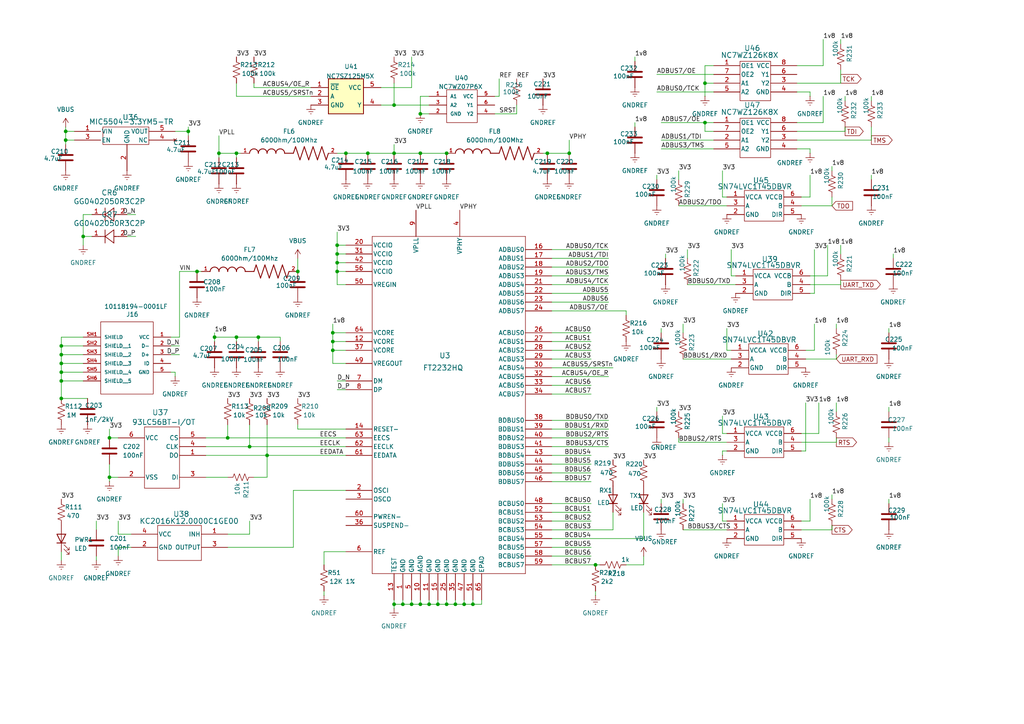
<source format=kicad_sch>
(kicad_sch (version 20231120) (generator "eeschema") (generator_version "8.0")
  (paper "A4")
  (junction (at 97.79 71.12))
  (junction (at 17.78 115.57))
  (junction (at 132.08 175.26))
  (junction (at 24.13 68.58))
  (junction (at 17.78 110.49))
  (junction (at 72.39 129.54))
  (junction (at 137.16 175.26))
  (junction (at 116.84 175.26))
  (junction (at 68.58 97.79))
  (junction (at 121.92 44.45))
  (junction (at 204.47 24.13))
  (junction (at 119.38 175.26))
  (junction (at 97.79 78.74))
  (junction (at 100.33 44.45))
  (junction (at 86.36 78.74))
  (junction (at 74.93 97.79))
  (junction (at 17.78 100.33))
  (junction (at 17.78 105.41))
  (junction (at 17.78 102.87))
  (junction (at 96.52 96.52))
  (junction (at 54.61 38.1))
  (junction (at 121.92 33.02))
  (junction (at 124.46 175.26))
  (junction (at 63.5 44.45))
  (junction (at 129.54 175.26))
  (junction (at 158.75 44.45))
  (junction (at 106.68 44.45))
  (junction (at 77.47 132.08))
  (junction (at 17.78 107.95))
  (junction (at 31.75 127))
  (junction (at 19.05 38.1))
  (junction (at 57.15 78.74))
  (junction (at 97.79 76.2))
  (junction (at 165.1 44.45))
  (junction (at 121.92 175.26))
  (junction (at 96.52 101.6))
  (junction (at 96.52 99.06))
  (junction (at 114.3 30.48))
  (junction (at 19.05 40.64))
  (junction (at 62.23 97.79))
  (junction (at 134.62 175.26))
  (junction (at 127 175.26))
  (junction (at 172.72 163.83))
  (junction (at 114.3 175.26))
  (junction (at 129.54 44.45))
  (junction (at 97.79 73.66))
  (junction (at 114.3 44.45))
  (junction (at 31.75 138.43))
  (junction (at 66.04 127))
  (junction (at 204.47 35.56))
  (junction (at 68.58 44.45))
  (wire (pts (xy 196.85 128.27) (xy 196.85 127)))
  (wire (pts (xy 86.36 74.93) (xy 86.36 78.74)))
  (wire (pts (xy 97.79 44.45) (xy 100.33 44.45)))
  (wire (pts (xy 177.8 153.67) (xy 177.8 148.59)))
  (wire (pts (xy 242.57 116.84) (xy 242.57 119.38)))
  (wire (pts (xy 158.75 44.45) (xy 165.1 44.45)))
  (wire (pts (xy 119.38 25.4) (xy 119.38 16.51)))
  (wire (pts (xy 160.02 82.55) (xy 176.53 82.55)))
  (wire (pts (xy 196.85 59.69) (xy 210.82 59.69)))
  (wire (pts (xy 19.05 40.64) (xy 19.05 38.1)))
  (wire (pts (xy 143.51 33.02) (xy 149.86 33.02)))
  (wire (pts (xy 68.58 99.06) (xy 68.58 97.79)))
  (wire (pts (xy 31.75 138.43) (xy 34.29 138.43)))
  (wire (pts (xy 160.02 96.52) (xy 171.45 96.52)))
  (wire (pts (xy 160.02 129.54) (xy 176.53 129.54)))
  (wire (pts (xy 72.39 129.54) (xy 100.33 129.54)))
  (wire (pts (xy 191.77 95.25) (xy 191.77 96.52)))
  (wire (pts (xy 34.29 151.13) (xy 34.29 154.94)))
  (wire (pts (xy 160.02 127) (xy 176.53 127)))
  (wire (pts (xy 31.75 139.7) (xy 31.75 138.43)))
  (wire (pts (xy 199.39 72.39) (xy 199.39 74.93)))
  (wire (pts (xy 129.54 175.26) (xy 127 175.26)))
  (wire (pts (xy 172.72 171.45) (xy 172.72 172.72)))
  (wire (pts (xy 245.11 27.94) (xy 245.11 29.21)))
  (wire (pts (xy 186.69 163.83) (xy 186.69 161.29)))
  (wire (pts (xy 34.29 158.75) (xy 34.29 161.29)))
  (wire (pts (xy 17.78 107.95) (xy 17.78 110.49)))
  (wire (pts (xy 66.04 127) (xy 100.33 127)))
  (wire (pts (xy 31.75 124.46) (xy 31.75 127)))
  (wire (pts (xy 52.07 78.74) (xy 57.15 78.74)))
  (wire (pts (xy 137.16 175.26) (xy 134.62 175.26)))
  (wire (pts (xy 160.02 104.14) (xy 171.45 104.14)))
  (wire (pts (xy 231.14 43.18) (xy 234.95 43.18)))
  (wire (pts (xy 257.81 144.78) (xy 257.81 146.05)))
  (wire (pts (xy 72.39 151.13) (xy 72.39 154.94)))
  (wire (pts (xy 100.33 160.02) (xy 93.98 160.02)))
  (wire (pts (xy 54.61 36.83) (xy 54.61 38.1)))
  (wire (pts (xy 160.02 121.92) (xy 176.53 121.92)))
  (wire (pts (xy 50.8 109.22) (xy 50.8 107.95)))
  (wire (pts (xy 198.12 93.98) (xy 198.12 96.52)))
  (wire (pts (xy 160.02 106.68) (xy 177.8 106.68)))
  (wire (pts (xy 137.16 173.99) (xy 137.16 175.26)))
  (wire (pts (xy 114.3 44.45) (xy 121.92 44.45)))
  (wire (pts (xy 97.79 76.2) (xy 100.33 76.2)))
  (wire (pts (xy 63.5 44.45) (xy 63.5 45.72)))
  (wire (pts (xy 160.02 87.63) (xy 176.53 87.63)))
  (wire (pts (xy 121.92 33.02) (xy 124.46 33.02)))
  (wire (pts (xy 127 175.26) (xy 124.46 175.26)))
  (wire (pts (xy 234.95 144.78) (xy 234.95 151.13)))
  (wire (pts (xy 96.52 105.41) (xy 96.52 101.6)))
  (wire (pts (xy 210.82 125.73) (xy 209.55 125.73)))
  (wire (pts (xy 252.73 36.83) (xy 252.73 40.64)))
  (wire (pts (xy 191.77 144.78) (xy 191.77 146.05)))
  (wire (pts (xy 193.04 73.66) (xy 193.04 74.93)))
  (wire (pts (xy 24.13 68.58) (xy 24.13 71.12)))
  (wire (pts (xy 52.07 78.74) (xy 52.07 97.79)))
  (wire (pts (xy 160.02 146.05) (xy 171.45 146.05)))
  (wire (pts (xy 198.12 104.14) (xy 212.09 104.14)))
  (wire (pts (xy 17.78 100.33) (xy 17.78 102.87)))
  (wire (pts (xy 243.84 81.28) (xy 243.84 82.55)))
  (wire (pts (xy 209.55 120.65) (xy 209.55 125.73)))
  (wire (pts (xy 198.12 144.78) (xy 198.12 146.05)))
  (wire (pts (xy 160.02 124.46) (xy 176.53 124.46)))
  (wire (pts (xy 149.86 30.48) (xy 149.86 33.02)))
  (wire (pts (xy 119.38 173.99) (xy 119.38 175.26)))
  (wire (pts (xy 17.78 97.79) (xy 17.78 100.33)))
  (wire (pts (xy 234.95 50.8) (xy 234.95 57.15)))
  (wire (pts (xy 74.93 97.79) (xy 68.58 97.79)))
  (wire (pts (xy 85.09 142.24) (xy 100.33 142.24)))
  (wire (pts (xy 232.41 128.27) (xy 242.57 128.27)))
  (wire (pts (xy 234.95 27.94) (xy 234.95 26.67)))
  (wire (pts (xy 59.69 129.54) (xy 72.39 129.54)))
  (wire (pts (xy 160.02 74.93) (xy 176.53 74.93)))
  (wire (pts (xy 124.46 175.26) (xy 121.92 175.26)))
  (wire (pts (xy 241.3 143.51) (xy 241.3 144.78)))
  (wire (pts (xy 100.33 101.6) (xy 96.52 101.6)))
  (wire (pts (xy 238.76 27.94) (xy 238.76 35.56)))
  (wire (pts (xy 160.02 77.47) (xy 176.53 77.47)))
  (wire (pts (xy 24.13 97.79) (xy 17.78 97.79)))
  (wire (pts (xy 184.15 16.51) (xy 184.15 17.78)))
  (wire (pts (xy 100.33 99.06) (xy 96.52 99.06)))
  (wire (pts (xy 160.02 163.83) (xy 172.72 163.83)))
  (wire (pts (xy 160.02 148.59) (xy 171.45 148.59)))
  (wire (pts (xy 160.02 153.67) (xy 177.8 153.67)))
  (wire (pts (xy 26.67 68.58) (xy 24.13 68.58)))
  (wire (pts (xy 100.33 124.46) (xy 86.36 124.46)))
  (wire (pts (xy 17.78 160.02) (xy 17.78 162.56)))
  (wire (pts (xy 93.98 160.02) (xy 93.98 163.83)))
  (wire (pts (xy 127 173.99) (xy 127 175.26)))
  (wire (pts (xy 68.58 97.79) (xy 62.23 97.79)))
  (wire (pts (xy 62.23 97.79) (xy 62.23 99.06)))
  (wire (pts (xy 100.33 44.45) (xy 106.68 44.45)))
  (wire (pts (xy 160.02 99.06) (xy 171.45 99.06)))
  (wire (pts (xy 209.55 49.53) (xy 209.55 57.15)))
  (wire (pts (xy 59.69 127) (xy 66.04 127)))
  (wire (pts (xy 97.79 78.74) (xy 100.33 78.74)))
  (wire (pts (xy 24.13 107.95) (xy 17.78 107.95)))
  (wire (pts (xy 236.22 93.98) (xy 236.22 101.6)))
  (wire (pts (xy 232.41 125.73) (xy 237.49 125.73)))
  (wire (pts (xy 160.02 139.7) (xy 171.45 139.7)))
  (wire (pts (xy 36.83 62.23) (xy 39.37 62.23)))
  (wire (pts (xy 160.02 132.08) (xy 171.45 132.08)))
  (wire (pts (xy 57.15 78.74) (xy 58.42 78.74)))
  (wire (pts (xy 97.79 73.66) (xy 100.33 73.66)))
  (wire (pts (xy 19.05 38.1) (xy 19.05 36.83)))
  (wire (pts (xy 121.92 173.99) (xy 121.92 175.26)))
  (wire (pts (xy 172.72 163.83) (xy 173.99 163.83)))
  (wire (pts (xy 245.11 36.83) (xy 245.11 38.1)))
  (wire (pts (xy 68.58 27.94) (xy 90.17 27.94)))
  (wire (pts (xy 241.3 48.26) (xy 241.3 49.53)))
  (wire (pts (xy 210.82 151.13) (xy 209.55 151.13)))
  (wire (pts (xy 106.68 44.45) (xy 114.3 44.45)))
  (wire (pts (xy 114.3 30.48) (xy 110.49 30.48)))
  (wire (pts (xy 121.92 44.45) (xy 129.54 44.45)))
  (wire (pts (xy 257.81 95.25) (xy 257.81 96.52)))
  (wire (pts (xy 191.77 40.64) (xy 207.01 40.64)))
  (wire (pts (xy 139.7 175.26) (xy 137.16 175.26)))
  (wire (pts (xy 116.84 173.99) (xy 116.84 175.26)))
  (wire (pts (xy 160.02 80.01) (xy 176.53 80.01)))
  (wire (pts (xy 160.02 137.16) (xy 171.45 137.16)))
  (wire (pts (xy 114.3 30.48) (xy 124.46 30.48)))
  (wire (pts (xy 134.62 173.99) (xy 134.62 175.26)))
  (wire (pts (xy 231.14 40.64) (xy 252.73 40.64)))
  (wire (pts (xy 36.83 68.58) (xy 39.37 68.58)))
  (wire (pts (xy 49.53 100.33) (xy 52.07 100.33)))
  (wire (pts (xy 119.38 175.26) (xy 116.84 175.26)))
  (wire (pts (xy 24.13 105.41) (xy 17.78 105.41)))
  (wire (pts (xy 160.02 85.09) (xy 176.53 85.09)))
  (wire (pts (xy 21.59 40.64) (xy 19.05 40.64)))
  (wire (pts (xy 96.52 101.6) (xy 96.52 99.06)))
  (wire (pts (xy 213.36 80.01) (xy 212.09 80.01)))
  (wire (pts (xy 191.77 43.18) (xy 207.01 43.18)))
  (wire (pts (xy 68.58 44.45) (xy 63.5 44.45)))
  (wire (pts (xy 196.85 49.53) (xy 196.85 52.07)))
  (wire (pts (xy 242.57 93.98) (xy 242.57 95.25)))
  (wire (pts (xy 66.04 123.19) (xy 66.04 127)))
  (wire (pts (xy 114.3 24.13) (xy 114.3 30.48)))
  (wire (pts (xy 139.7 173.99) (xy 139.7 175.26)))
  (wire (pts (xy 24.13 100.33) (xy 17.78 100.33)))
  (wire (pts (xy 157.48 44.45) (xy 158.75 44.45)))
  (wire (pts (xy 114.3 175.26) (xy 114.3 176.53)))
  (wire (pts (xy 21.59 38.1) (xy 19.05 38.1)))
  (wire (pts (xy 234.95 82.55) (xy 243.84 82.55)))
  (wire (pts (xy 96.52 99.06) (xy 96.52 96.52)))
  (wire (pts (xy 231.14 35.56) (xy 238.76 35.56)))
  (wire (pts (xy 252.73 27.94) (xy 252.73 29.21)))
  (wire (pts (xy 232.41 57.15) (xy 234.95 57.15)))
  (wire (pts (xy 204.47 27.94) (xy 204.47 24.13)))
  (wire (pts (xy 86.36 124.46) (xy 86.36 123.19)))
  (wire (pts (xy 110.49 25.4) (xy 119.38 25.4)))
  (wire (pts (xy 160.02 134.62) (xy 171.45 134.62)))
  (wire (pts (xy 160.02 151.13) (xy 171.45 151.13)))
  (wire (pts (xy 132.08 173.99) (xy 132.08 175.26)))
  (wire (pts (xy 210.82 130.81) (xy 209.55 130.81)))
  (wire (pts (xy 240.03 71.12) (xy 240.03 80.01)))
  (wire (pts (xy 190.5 50.8) (xy 190.5 52.07)))
  (wire (pts (xy 63.5 39.37) (xy 63.5 44.45)))
  (wire (pts (xy 190.5 26.67) (xy 207.01 26.67)))
  (wire (pts (xy 181.61 163.83) (xy 186.69 163.83)))
  (wire (pts (xy 234.95 85.09) (xy 236.22 85.09)))
  (wire (pts (xy 234.95 80.01) (xy 240.03 80.01)))
  (wire (pts (xy 121.92 175.26) (xy 119.38 175.26)))
  (wire (pts (xy 93.98 171.45) (xy 93.98 172.72)))
  (wire (pts (xy 190.5 21.59) (xy 207.01 21.59)))
  (wire (pts (xy 73.66 24.13) (xy 73.66 25.4)))
  (wire (pts (xy 210.82 57.15) (xy 209.55 57.15)))
  (wire (pts (xy 68.58 44.45) (xy 69.85 44.45)))
  (wire (pts (xy 96.52 96.52) (xy 96.52 93.98)))
  (wire (pts (xy 97.79 110.49) (xy 100.33 110.49)))
  (wire (pts (xy 50.8 107.95) (xy 49.53 107.95)))
  (wire (pts (xy 160.02 90.17) (xy 181.61 90.17)))
  (wire (pts (xy 231.14 38.1) (xy 245.11 38.1)))
  (wire (pts (xy 231.14 19.05) (xy 238.76 19.05)))
  (wire (pts (xy 24.13 110.49) (xy 17.78 110.49)))
  (wire (pts (xy 212.09 72.39) (xy 212.09 80.01)))
  (wire (pts (xy 24.13 62.23) (xy 24.13 68.58)))
  (wire (pts (xy 97.79 78.74) (xy 97.79 76.2)))
  (wire (pts (xy 132.08 175.26) (xy 129.54 175.26)))
  (wire (pts (xy 241.3 59.69) (xy 241.3 57.15)))
  (wire (pts (xy 26.67 62.23) (xy 24.13 62.23)))
  (wire (pts (xy 237.49 116.84) (xy 237.49 125.73)))
  (wire (pts (xy 199.39 82.55) (xy 213.36 82.55)))
  (wire (pts (xy 236.22 72.39) (xy 236.22 85.09)))
  (wire (pts (xy 257.81 127) (xy 257.81 128.27)))
  (wire (pts (xy 73.66 25.4) (xy 90.17 25.4)))
  (wire (pts (xy 38.1 154.94) (xy 34.29 154.94)))
  (wire (pts (xy 59.69 132.08) (xy 77.47 132.08)))
  (wire (pts (xy 209.55 151.13) (xy 209.55 146.05)))
  (wire (pts (xy 160.02 72.39) (xy 176.53 72.39)))
  (wire (pts (xy 232.41 153.67) (xy 241.3 153.67)))
  (wire (pts (xy 234.95 26.67) (xy 231.14 26.67)))
  (wire (pts (xy 243.84 20.32) (xy 243.84 24.13)))
  (wire (pts (xy 31.75 127) (xy 34.29 127)))
  (wire (pts (xy 77.47 123.19) (xy 77.47 132.08)))
  (wire (pts (xy 77.47 138.43) (xy 77.47 132.08)))
  (wire (pts (xy 160.02 109.22) (xy 176.53 109.22)))
  (wire (pts (xy 160.02 101.6) (xy 171.45 101.6)))
  (wire (pts (xy 191.77 35.56) (xy 204.47 35.56)))
  (wire (pts (xy 97.79 73.66) (xy 97.79 71.12)))
  (wire (pts (xy 114.3 41.91) (xy 114.3 44.45)))
  (wire (pts (xy 68.58 45.72) (xy 68.58 44.45)))
  (wire (pts (xy 181.61 91.44) (xy 181.61 90.17)))
  (wire (pts (xy 72.39 154.94) (xy 66.04 154.94)))
  (wire (pts (xy 121.92 27.94) (xy 121.92 33.02)))
  (wire (pts (xy 27.94 161.29) (xy 27.94 162.56)))
  (wire (pts (xy 242.57 128.27) (xy 242.57 127)))
  (wire (pts (xy 252.73 50.8) (xy 252.73 52.07)))
  (wire (pts (xy 72.39 123.19) (xy 72.39 129.54)))
  (wire (pts (xy 212.09 101.6) (xy 210.82 101.6)))
  (wire (pts (xy 204.47 38.1) (xy 204.47 35.56)))
  (wire (pts (xy 259.08 73.66) (xy 259.08 74.93)))
  (wire (pts (xy 100.33 105.41) (xy 96.52 105.41)))
  (wire (pts (xy 238.76 11.43) (xy 238.76 19.05)))
  (wire (pts (xy 207.01 19.05) (xy 204.47 19.05)))
  (wire (pts (xy 124.46 173.99) (xy 124.46 175.26)))
  (wire (pts (xy 196.85 128.27) (xy 210.82 128.27)))
  (wire (pts (xy 207.01 38.1) (xy 204.47 38.1)))
  (wire (pts (xy 184.15 35.56) (xy 184.15 36.83)))
  (wire (pts (xy 49.53 102.87) (xy 52.07 102.87)))
  (wire (pts (xy 54.61 38.1) (xy 54.61 39.37)))
  (wire (pts (xy 233.68 104.14) (xy 242.57 104.14)))
  (wire (pts (xy 19.05 40.64) (xy 19.05 41.91)))
  (wire (pts (xy 144.78 27.94) (xy 143.51 27.94)))
  (wire (pts (xy 97.79 76.2) (xy 97.79 73.66)))
  (wire (pts (xy 243.84 71.12) (xy 243.84 73.66)))
  (wire (pts (xy 17.78 105.41) (xy 17.78 107.95)))
  (wire (pts (xy 31.75 134.62) (xy 31.75 138.43)))
  (wire (pts (xy 97.79 82.55) (xy 97.79 78.74)))
  (wire (pts (xy 68.58 24.13) (xy 68.58 27.94)))
  (wire (pts (xy 186.69 156.21) (xy 186.69 148.59)))
  (wire (pts (xy 233.68 130.81) (xy 233.68 116.84)))
  (wire (pts (xy 160.02 111.76) (xy 171.45 111.76)))
  (wire (pts (xy 232.41 130.81) (xy 233.68 130.81)))
  (wire (pts (xy 81.28 99.06) (xy 81.28 97.79)))
  (wire (pts (xy 243.84 11.43) (xy 243.84 12.7)))
  (wire (pts (xy 100.33 96.52) (xy 96.52 96.52)))
  (wire (pts (xy 74.93 99.06) (xy 74.93 97.79)))
  (wire (pts (xy 165.1 40.64) (xy 165.1 44.45)))
  (wire (pts (xy 144.78 27.94) (xy 144.78 22.86)))
  (wire (pts (xy 62.23 96.52) (xy 62.23 97.79)))
  (wire (pts (xy 124.46 27.94) (xy 121.92 27.94)))
  (wire (pts (xy 241.3 153.67) (xy 241.3 152.4)))
  (wire (pts (xy 232.41 59.69) (xy 241.3 59.69)))
  (wire (pts (xy 17.78 115.57) (xy 25.4 115.57)))
  (wire (pts (xy 38.1 158.75) (xy 34.29 158.75)))
  (wire (pts (xy 27.94 151.13) (xy 27.94 153.67)))
  (wire (pts (xy 233.68 101.6) (xy 236.22 101.6)))
  (wire (pts (xy 210.82 95.25) (xy 210.82 101.6)))
  (wire (pts (xy 97.79 71.12) (xy 100.33 71.12)))
  (wire (pts (xy 73.66 138.43) (xy 77.47 138.43)))
  (wire (pts (xy 160.02 158.75) (xy 171.45 158.75)))
  (wire (pts (xy 204.47 35.56) (xy 207.01 35.56)))
  (wire (pts (xy 231.14 24.13) (xy 243.84 24.13)))
  (wire (pts (xy 234.95 43.18) (xy 234.95 44.45)))
  (wire (pts (xy 242.57 104.14) (xy 242.57 102.87)))
  (wire (pts (xy 100.33 82.55) (xy 97.79 82.55)))
  (wire (pts (xy 24.13 102.87) (xy 17.78 102.87)))
  (wire (pts (xy 52.07 97.79) (xy 49.53 97.79)))
  (wire (pts (xy 204.47 19.05) (xy 204.47 24.13)))
  (wire (pts (xy 209.55 130.81) (xy 209.55 132.08)))
  (wire (pts (xy 66.04 158.75) (xy 85.09 158.75)))
  (wire (pts (xy 97.79 71.12) (xy 97.79 67.31)))
  (wire (pts (xy 116.84 175.26) (xy 114.3 175.26)))
  (wire (pts (xy 204.47 24.13) (xy 207.01 24.13)))
  (wire (pts (xy 232.41 151.13) (xy 234.95 151.13)))
  (wire (pts (xy 114.3 173.99) (xy 114.3 175.26)))
  (wire (pts (xy 129.54 173.99) (xy 129.54 175.26)))
  (wire (pts (xy 160.02 156.21) (xy 186.69 156.21)))
  (wire (pts (xy 97.79 113.03) (xy 100.33 113.03)))
  (wire (pts (xy 85.09 158.75) (xy 85.09 142.24)))
  (wire (pts (xy 198.12 153.67) (xy 210.82 153.67)))
  (wire (pts (xy 160.02 161.29) (xy 171.45 161.29)))
  (wire (pts (xy 134.62 175.26) (xy 132.08 175.26)))
  (wire (pts (xy 17.78 110.49) (xy 17.78 115.57)))
  (wire (pts (xy 77.47 132.08) (xy 100.33 132.08)))
  (wire (pts (xy 190.5 118.11) (xy 190.5 119.38)))
  (wire (pts (xy 160.02 114.3) (xy 171.45 114.3)))
  (wire (pts (xy 50.8 38.1) (xy 54.61 38.1)))
  (wire (pts (xy 257.81 118.11) (xy 257.81 119.38)))
  (wire (pts (xy 81.28 97.79) (xy 74.93 97.79)))
  (wire (pts (xy 17.78 102.87) (xy 17.78 105.41)))
  (wire (pts (xy 59.69 138.43) (xy 66.04 138.43)))
  (label "ADBUS2{slash}TDO" (at 176.53 77.47 180))
  (label "D_N" (at 52.07 100.33 180))
  (label "3V3" (at 209.55 146.05 0))
  (label "3V3" (at 114.3 41.91 0))
  (label "3V3" (at 233.68 116.84 0))
  (label "1v8" (at 245.11 27.94 0))
  (label "VPLL" (at 63.5 39.37 0))
  (label "D_P" (at 97.79 113.03 0))
  (label "3V3" (at 114.3 16.51 0))
  (label "3V3" (at 77.47 115.57 0))
  (label "1v8" (at 240.03 71.12 0))
  (label "ADBUS5" (at 176.53 85.09 180))
  (label "BCBUS1" (at 171.45 148.59 180))
  (label "ACBUS0" (at 171.45 96.52 180))
  (label "BDBUS0{slash}TXD" (at 176.53 121.92 180))
  (label "3V3" (at 119.38 16.51 0))
  (label "1v8" (at 237.49 116.84 0))
  (label "3V3" (at 198.12 93.98 0))
  (label "3V3" (at 73.66 16.51 0))
  (label "3V3" (at 34.29 151.13 0))
  (label "1v8" (at 257.81 118.11 0))
  (label "3V3" (at 97.79 67.31 0))
  (label "BDBUS3{slash}CTS" (at 199.39 153.67 0))
  (label "ADBUS3{slash}TMS" (at 191.77 43.18 0))
  (label "1v8" (at 259.08 73.66 0))
  (label "1v8" (at 234.95 50.8 0))
  (label "3V3" (at 212.09 72.39 0))
  (label "3V3" (at 209.55 49.53 0))
  (label "VPHY" (at 165.1 40.64 0))
  (label "1v8" (at 257.81 144.78 0))
  (label "ACBUS3" (at 171.45 104.14 180))
  (label "BDBUS6" (at 171.45 137.16 180))
  (label "BDBUS3{slash}CTS" (at 176.53 129.54 180))
  (label "3V3" (at 86.36 115.57 0))
  (label "ACBUS7" (at 171.45 114.3 180))
  (label "3V3" (at 236.22 72.39 0))
  (label "EECLK" (at 92.71 129.54 0))
  (label "BDBUS0{slash}TXD" (at 199.39 82.55 0))
  (label "3V3" (at 191.77 144.78 0))
  (label "EECS" (at 92.71 127 0))
  (label "REF" (at 144.78 22.86 0))
  (label "3V3" (at 190.5 50.8 0))
  (label "D_P" (at 39.37 68.58 180))
  (label "REF" (at 149.86 22.86 0))
  (label "D_N" (at 97.79 110.49 0))
  (label "VPHY" (at 133.35 60.96 0))
  (label "1v8" (at 238.76 27.94 0))
  (label "1v8" (at 242.57 93.98 0))
  (label "3V3" (at 31.75 124.46 0))
  (label "3V3" (at 191.77 95.25 0))
  (label "VPLL" (at 120.65 60.96 0))
  (label "3V3" (at 196.85 49.53 0))
  (label "1v8" (at 241.3 143.51 0))
  (label "ADBUS7{slash}OE" (at 190.5 21.59 0))
  (label "1v8" (at 241.3 48.26 0))
  (label "3V3" (at 66.04 115.57 0))
  (label "3V3" (at 190.5 118.11 0))
  (label "ADBUS4{slash}TCK" (at 176.53 82.55 180))
  (label "BCBUS7" (at 171.45 163.83 180))
  (label "3V3" (at 198.12 144.78 0))
  (label "ACBUS2" (at 171.45 101.6 180))
  (label "ACBUS5{slash}SRSTn" (at 76.2 27.94 0))
  (label "3V3" (at 177.8 133.35 0))
  (label "ADBUS0{slash}TCK" (at 176.53 72.39 180))
  (label "EEDATA" (at 92.71 132.08 0))
  (label "1v8" (at 184.15 35.56 0))
  (label "3V3" (at 157.48 22.86 0))
  (label "3V3" (at 199.39 72.39 0))
  (label "3V3" (at 193.04 73.66 0))
  (label "BCBUS6" (at 171.45 161.29 180))
  (label "ACBUS4{slash}OE_R" (at 76.2 25.4 0))
  (label "ADBUS2{slash}TDO" (at 196.85 59.69 0))
  (label "1v8" (at 252.73 50.8 0))
  (label "ADBUS0{slash}TCK" (at 190.5 26.67 0))
  (label "D_N" (at 39.37 62.23 180))
  (label "ADBUS7{slash}OE" (at 191.77 35.56 0))
  (label "1v8" (at 96.52 93.98 0))
  (label "1v8" (at 242.57 116.84 0))
  (label "3V3" (at 72.39 151.13 0))
  (label "1v8" (at 238.76 11.43 0))
  (label "3V3" (at 196.85 119.38 0))
  (label "1v8" (at 184.15 16.51 0))
  (label "ACBUS6" (at 171.45 111.76 180))
  (label "3V3" (at 27.94 151.13 0))
  (label "D_P" (at 52.07 102.87 180))
  (label "BDBUS2{slash}RTS" (at 196.85 128.27 0))
  (label "BCBUS2" (at 171.45 151.13 180))
  (label "1v8" (at 236.22 93.98 0))
  (label "ADBUS1{slash}TDI" (at 191.77 40.64 0))
  (label "BDBUS2{slash}RTS" (at 176.53 127 180))
  (label "3V3" (at 54.61 36.83 0))
  (label "1v8" (at 252.73 27.94 0))
  (label "BDBUS1{slash}RXD" (at 198.12 104.14 0))
  (label "3V3" (at 210.82 95.25 0))
  (label "BDBUS5" (at 171.45 134.62 180))
  (label "ACBUS4{slash}OE_R" (at 176.53 109.22 180))
  (label "ACBUS5{slash}SRSTn" (at 177.8 106.68 180))
  (label "ADBUS3{slash}TMS" (at 176.53 80.01 180))
  (label "3V3" (at 17.78 144.78 0))
  (label "BDBUS4" (at 171.45 132.08 180))
  (label "BCBUS3" (at 171.45 153.67 180))
  (label "ADBUS1{slash}TDI" (at 176.53 74.93 180))
  (label "BCBUS5" (at 171.45 158.75 180))
  (label "BDBUS7" (at 171.45 139.7 180))
  (label "BDBUS1{slash}RXD" (at 176.53 124.46 180))
  (label "3V3" (at 186.69 133.35 0))
  (label "ADBUS6" (at 176.53 87.63 180))
  (label "1v8" (at 234.95 144.78 0))
  (label "ADBUS7{slash}OE" (at 176.53 90.17 180))
  (label "1v8" (at 257.81 95.25 0))
  (label "1v8" (at 243.84 11.43 0))
  (label "BCBUS0" (at 171.45 146.05 180))
  (label "3V3" (at 209.55 120.65 0))
  (label "1v8" (at 243.84 71.12 0))
  (label "BCBUS4" (at 171.45 156.21 180))
  (label "3V3" (at 68.58 16.51 0))
  (label "1v8" (at 62.23 96.52 0))
  (label "3V3" (at 72.39 115.57 0))
  (label "VIN" (at 52.07 78.74 0))
  (label "ACBUS1" (at 171.45 99.06 180))
  (label "SRST" (at 144.78 33.02 0))
  (global_label "TMS" (shape output) (at 252.73 40.64 0) (property "Intersheetrefs" "${INTERSHEET_REFS}" (effects (hide yes))))
  (global_label "RTS" (shape output) (at 242.57 128.27 0) (property "Intersheetrefs" "${INTERSHEET_REFS}" (effects (hide yes))))
  (global_label "TDI" (shape output) (at 245.11 38.1 0) (property "Intersheetrefs" "${INTERSHEET_REFS}" (effects (hide yes))))
  (global_label "UART_RXD" (shape input) (at 242.57 104.14 0) (property "Intersheetrefs" "${INTERSHEET_REFS}" (effects (hide yes))))
  (global_label "UART_TXD" (shape output) (at 243.84 82.55 0) (property "Intersheetrefs" "${INTERSHEET_REFS}" (effects (hide yes))))
  (global_label "TCK" (shape output) (at 243.84 22.86 0) (property "Intersheetrefs" "${INTERSHEET_REFS}" (effects (hide yes))))
  (global_label "TDO" (shape input) (at 241.3 59.69 0) (property "Intersheetrefs" "${INTERSHEET_REFS}" (effects (hide yes))))
  (global_label "CTS" (shape output) (at 241.3 153.67 0) (property "Intersheetrefs" "${INTERSHEET_REFS}" (effects (hide yes))))
  (symbol (lib_id "power:GNDREF") (at 68.58 106.68 0) (unit 1)
    (property "Reference" "#PWR0283" (effects (hide yes)))
    (property "Value" "GNDREF" (at 68.58 111.76 0))
    (property "Description" "Power symbol creates a global label with name \"GNDREF\" , reference supply ground" (effects (hide yes)))
  )
  (symbol (lib_id "Device:R_US") (at 93.98 167.64 0) (unit 1)
    (property "Reference" "R51" (at 94.996 166.116 0) (effects (justify left)))
    (property "Value" "12K 1%" (at 95.504 168.656 0) (effects (justify left)))
    (property "Footprint" "footprints:R_0402" (effects (hide yes)))
    (property "Description" "Resistor, US symbol" (effects (hide yes)))
    (property "LCSC PN" "C114760" (effects (hide yes)))
  )
  (symbol (lib_id "Device:C") (at 184.15 21.59 0) (unit 1)
    (property "Reference" "C232" (at 179.832 19.812 0) (effects (justify left)))
    (property "Value" "100nF" (at 177.8 22.098 0) (effects (justify left)))
    (property "Footprint" "footprints:C_0201_0603Metric" (effects (hide yes)))
    (property "Description" "Unpolarized capacitor" (effects (hide yes)))
    (property "LCSC PN" "c1525" (effects (hide yes)))
  )
  (symbol (lib_id "Device:R_US") (at 196.85 55.88 180) (unit 1)
    (property "Reference" "R229" (at 199.39 52.324 90) (effects (justify left)))
    (property "Value" "100k" (at 195.326 51.054 90) (effects (justify left)))
    (property "Footprint" "footprints:R_0402" (effects (hide yes)))
    (property "Description" "Resistor, US symbol" (effects (hide yes)))
    (property "LCSC PN" "C60491" (effects (hide yes)))
  )
  (symbol (lib_id "KC2016K12-0000C1GE00:KC2016K12.0000C1GE00") (at 38.1 156.21 0) (unit 1)
    (property "Reference" "U38" (at 52.578 149.098 0) (effects (font (size 1.524 1.524))))
    (property "Value" "KC2016K12.0000C1GE00" (at 54.864 151.13 0) (effects (font (size 1.524 1.524))))
    (property "Footprint" "footprints:KC2016K_KYO" (effects (hide yes)))
    (property "Datasheet" "KC2016K12.0000C1GE00" (effects (hide yes)))
  )
  (symbol (lib_id "GG0402050R3C2P:GG0402050R3C2P") (at 36.83 62.23 180) (unit 1)
    (property "Reference" "CR6" (at 31.75 55.88 0) (effects (font (size 1.524 1.524))))
    (property "Value" "GG0402050R3C2P" (at 31.75 58.42 0) (effects (font (size 1.524 1.524))))
    (property "Footprint" "footprints:CR_050R3C2P_AVX" (effects (hide yes)))
    (property "Datasheet" "GG0402050R3C2P" (effects (hide yes)))
  )
  (symbol (lib_id "power:GNDREF") (at 24.13 71.12 0) (unit 1)
    (property "Reference" "#PWR0288" (effects (hide yes)))
    (property "Value" "GNDREF" (at 24.13 76.2 0))
    (property "Description" "Power symbol creates a global label with name \"GNDREF\" , reference supply ground" (effects (hide yes)))
  )
  (symbol (lib_id "power:GNDREF") (at 106.68 52.07 0) (unit 1)
    (property "Reference" "#PWR0299" (effects (hide yes)))
    (property "Value" "GNDREF" (at 106.68 57.15 0))
    (property "Description" "Power symbol creates a global label with name \"GNDREF\" , reference supply ground" (effects (hide yes)))
  )
  (symbol (lib_id "MIC5504_3_3YM5_TR:MIC5504-3.3YM5-TR") (at 21.59 38.1 0) (unit 1)
    (property "Reference" "U36" (at 37.846 34.036 0) (effects (font (size 1.524 1.524))))
    (property "Value" "MIC5504-3.3YM5-TR" (at 38.1 35.306 0) (effects (font (size 1.524 1.524))))
    (property "Footprint" "footprints:SOT-23-5_MC_MCH" (effects (hide yes)))
    (property "Datasheet" "MIC5504-3.3YM5-TR" (effects (hide yes)))
    (property "LCSC PN" "C88419" (effects (hide yes)))
  )
  (symbol (lib_id "Device:C") (at 100.33 48.26 0) (unit 1)
    (property "Reference" "C214" (at 96.012 46.482 0) (effects (justify left)))
    (property "Value" "4.7uF" (at 93.98 48.514 0) (effects (justify left)))
    (property "Footprint" "footprints:C_0402" (effects (hide yes)))
    (property "Description" "Unpolarized capacitor" (effects (hide yes)))
    (property "LCSC PN" "c23733" (effects (hide yes)))
  )
  (symbol (lib_id "Device:C") (at 190.5 123.19 0) (unit 1)
    (property "Reference" "C226" (at 186.182 121.412 0) (effects (justify left)))
    (property "Value" "100nF" (at 184.15 123.698 0) (effects (justify left)))
    (property "Footprint" "footprints:C_0201_0603Metric" (effects (hide yes)))
    (property "Description" "Unpolarized capacitor" (effects (hide yes)))
    (property "LCSC PN" "c1525" (effects (hide yes)))
  )
  (symbol (lib_id "Device:C") (at 184.15 40.64 0) (unit 1)
    (property "Reference" "C233" (at 179.832 38.862 0) (effects (justify left)))
    (property "Value" "100nF" (at 177.8 41.148 0) (effects (justify left)))
    (property "Footprint" "footprints:C_0201_0603Metric" (effects (hide yes)))
    (property "Description" "Unpolarized capacitor" (effects (hide yes)))
    (property "LCSC PN" "c1525" (effects (hide yes)))
  )
  (symbol (lib_id "power:GNDREF") (at 193.04 82.55 0) (unit 1)
    (property "Reference" "#PWR0320" (effects (hide yes)))
    (property "Value" "GNDREF" (at 193.04 87.63 0))
    (property "Description" "Power symbol creates a global label with name \"GNDREF\" , reference supply ground" (effects (hide yes)))
  )
  (symbol (lib_id "power:GNDREF") (at 86.36 86.36 0) (unit 1)
    (property "Reference" "#PWR0289" (effects (hide yes)))
    (property "Value" "GNDREF" (at 86.36 91.44 0))
    (property "Description" "Power symbol creates a global label with name \"GNDREF\" , reference supply ground" (effects (hide yes)))
  )
  (symbol (lib_id "Device:R_US") (at 243.84 77.47 180) (unit 1)
    (property "Reference" "R221" (at 246.38 73.914 90) (effects (justify left)))
    (property "Value" "100k" (at 242.316 72.644 90) (effects (justify left)))
    (property "Footprint" "footprints:R_0402" (effects (hide yes)))
    (property "Description" "Resistor, US symbol" (effects (hide yes)))
    (property "LCSC PN" "C60491" (effects (hide yes)))
  )
  (symbol (lib_id "power:GNDREF") (at 34.29 161.29 0) (unit 1)
    (property "Reference" "#PWR0267" (effects (hide yes)))
    (property "Value" "GNDREF" (at 34.29 166.37 0))
    (property "Description" "Power symbol creates a global label with name \"GNDREF\" , reference supply ground" (effects (hide yes)))
  )
  (symbol (lib_id "Device:R_US") (at 241.3 53.34 180) (unit 1)
    (property "Reference" "R230" (at 243.84 49.784 90) (effects (justify left)))
    (property "Value" "100k" (at 239.776 48.514 90) (effects (justify left)))
    (property "Footprint" "footprints:R_0402" (effects (hide yes)))
    (property "Description" "Resistor, US symbol" (effects (hide yes)))
    (property "LCSC PN" "C60491" (effects (hide yes)))
  )
  (symbol (lib_id "power:GNDREF") (at 81.28 106.68 0) (unit 1)
    (property "Reference" "#PWR0285" (effects (hide yes)))
    (property "Value" "GNDREF" (at 81.28 111.76 0))
    (property "Description" "Power symbol creates a global label with name \"GNDREF\" , reference supply ground" (effects (hide yes)))
  )
  (symbol (lib_id "Device:R_US") (at 17.78 148.59 0) (unit 1)
    (property "Reference" "R111" (at 18.796 147.066 0) (effects (justify left)))
    (property "Value" "470" (at 19.304 149.606 0) (effects (justify left)))
    (property "Footprint" "footprints:R_0402" (effects (hide yes)))
    (property "Description" "Resistor, US symbol" (effects (hide yes)))
    (property "LCSC PN" "C114877" (effects (hide yes)))
  )
  (symbol (lib_id "Device:C") (at 257.81 100.33 0) (unit 1)
    (property "Reference" "C225" (at 256.6706 98.4515 0) (effects (justify left)))
    (property "Value" "100nF" (at 258.7026 100.9915 0) (effects (justify left)))
    (property "Footprint" "footprints:C_0201_0603Metric" (effects (hide yes)))
    (property "Description" "Unpolarized capacitor" (effects (hide yes)))
    (property "LCSC PN" "c1525" (effects (hide yes)))
  )
  (symbol (lib_id "power:GNDREF") (at 212.09 106.68 0) (unit 1)
    (property "Reference" "#PWR0329" (effects (hide yes)))
    (property "Value" "GNDREF" (at 212.09 111.76 0))
    (property "Description" "Power symbol creates a global label with name \"GNDREF\" , reference supply ground" (effects (hide yes)))
  )
  (symbol (lib_id "power:GNDREF") (at 210.82 156.21 0) (unit 1)
    (property "Reference" "#PWR0343" (effects (hide yes)))
    (property "Value" "GNDREF" (at 210.82 161.29 0))
    (property "Description" "Power symbol creates a global label with name \"GNDREF\" , reference supply ground" (effects (hide yes)))
  )
  (symbol (lib_id "Device:R_US") (at 181.61 95.25 0) (unit 1)
    (property "Reference" "R216" (at 182.626 93.726 0) (effects (justify left)))
    (property "Value" "10k" (at 183.134 96.266 0) (effects (justify left)))
    (property "Footprint" "footprints:R_0402" (effects (hide yes)))
    (property "Description" "Resistor, US symbol" (effects (hide yes)))
    (property "LCSC PN" "C60490" (effects (hide yes)))
  )
  (symbol (lib_id "power:VBUS") (at 186.69 161.29 0) (unit 1)
    (property "Reference" "#PWR0214" (effects (hide yes)))
    (property "Value" "VBUS" (at 186.69 156.21 0))
    (property "Description" "Power symbol creates a global label with name \"VBUS\"" (effects (hide yes)))
  )
  (symbol (lib_id "Device:C") (at 27.94 157.48 0) (unit 1)
    (property "Reference" "C201" (at 31.75 156.2099 0) (effects (justify left)))
    (property "Value" "100nF" (at 31.75 158.7499 0) (effects (justify left)))
    (property "Footprint" "footprints:C_0201_0603Metric" (effects (hide yes)))
    (property "Description" "Unpolarized capacitor" (effects (hide yes)))
    (property "LCSC PN" "c1525" (effects (hide yes)))
  )
  (symbol (lib_id "power:GNDREF") (at 63.5 53.34 0) (unit 1)
    (property "Reference" "#PWR0296" (effects (hide yes)))
    (property "Value" "GNDREF" (at 63.5 58.42 0))
    (property "Description" "Power symbol creates a global label with name \"GNDREF\" , reference supply ground" (effects (hide yes)))
  )
  (symbol (lib_id "Device:R_US") (at 77.47 119.38 0) (unit 1)
    (property "Reference" "R209" (at 78.486 117.856 0) (effects (justify left)))
    (property "Value" "10k" (at 78.994 120.396 0) (effects (justify left)))
    (property "Footprint" "footprints:R_0402" (effects (hide yes)))
    (property "Description" "Resistor, US symbol" (effects (hide yes)))
    (property "LCSC PN" "C60490" (effects (hide yes)))
  )
  (symbol (lib_id "SN74LVC1T45DBVR:SN74LVC1T45DBVR") (at 212.09 62.23 0) (unit 1)
    (property "Reference" "U45" (at 220.726 52.324 0) (effects (font (size 1.524 1.524))))
    (property "Value" "SN74LVC1T45DBVR" (at 218.948 54.102 0) (effects (font (size 1.524 1.524))))
    (property "Footprint" "footprints:DBV0006A_L" (effects (hide yes)))
    (property "Datasheet" "SN74LVC1T45DBVR" (effects (hide yes)))
    (property "LCSC PN" "C7843" (effects (hide yes)))
  )
  (symbol (lib_id "power:GNDREF") (at 157.48 30.48 0) (unit 1)
    (property "Reference" "#PWR0313" (effects (hide yes)))
    (property "Value" "GNDREF" (at 157.48 35.56 0))
    (property "Description" "Power symbol creates a global label with name \"GNDREF\" , reference supply ground" (effects (hide yes)))
  )
  (symbol (lib_id "Device:R_US") (at 69.85 138.43 270) (unit 1)
    (property "Reference" "R211" (at 71.374 139.446 0) (effects (justify left)))
    (property "Value" "10k" (at 68.834 139.954 0) (effects (justify left)))
    (property "Footprint" "footprints:R_0402" (effects (hide yes)))
    (property "Description" "Resistor, US symbol" (effects (hide yes)))
    (property "LCSC PN" "C60490" (effects (hide yes)))
  )
  (symbol (lib_id "Device:C") (at 259.08 78.74 0) (unit 1)
    (property "Reference" "C222" (at 259.588 76.708 0) (effects (justify left)))
    (property "Value" "100nF" (at 258.826 79.248 0) (effects (justify left)))
    (property "Footprint" "footprints:C_0201_0603Metric" (effects (hide yes)))
    (property "Description" "Unpolarized capacitor" (effects (hide yes)))
    (property "LCSC PN" "c1525" (effects (hide yes)))
  )
  (symbol (lib_id "Device:R_US") (at 172.72 167.64 0) (unit 1)
    (property "Reference" "R217" (at 173.736 166.116 0) (effects (justify left)))
    (property "Value" "2k2" (at 174.244 168.656 0) (effects (justify left)))
    (property "Footprint" "footprints:R_0402" (effects (hide yes)))
    (property "Description" "Resistor, US symbol" (effects (hide yes)))
    (property "LCSC PN" "c114762" (effects (hide yes)))
  )
  (symbol (lib_id "power:GNDREF") (at 252.73 59.69 0) (unit 1)
    (property "Reference" "#PWR0352" (effects (hide yes)))
    (property "Value" "GNDREF" (at 252.73 64.77 0))
    (property "Description" "Power symbol creates a global label with name \"GNDREF\" , reference supply ground" (effects (hide yes)))
  )
  (symbol (lib_id "Device:C") (at 252.73 55.88 0) (unit 1)
    (property "Reference" "C231" (at 253.0043 54.5055 0) (effects (justify left)))
    (property "Value" "100nF" (at 253.0043 57.0455 0) (effects (justify left)))
    (property "Footprint" "footprints:C_0201_0603Metric" (effects (hide yes)))
    (property "Description" "Unpolarized capacitor" (effects (hide yes)))
    (property "LCSC PN" "c1525" (effects (hide yes)))
  )
  (symbol (lib_id "power:GNDREF") (at 172.72 172.72 0) (unit 1)
    (property "Reference" "#PWR0316" (effects (hide yes)))
    (property "Value" "GNDREF" (at 172.72 177.8 0))
    (property "Description" "Power symbol creates a global label with name \"GNDREF\" , reference supply ground" (effects (hide yes)))
  )
  (symbol (lib_id "Device:LED") (at 186.69 144.78 90) (unit 1)
    (property "Reference" "TX1" (at 182.626 143.764 90) (effects (justify right)))
    (property "Value" "LED" (at 182.88 147.32 90) (effects (justify right)))
    (property "Footprint" "footprints:LED_0402_1005Metric" (effects (hide yes)))
    (property "Description" "Light emitting diode" (effects (hide yes)))
    (property "LCSC PN" "C434449" (effects (hide yes)))
  )
  (symbol (lib_id "power:GNDREF") (at 191.77 153.67 0) (unit 1)
    (property "Reference" "#PWR0340" (effects (hide yes)))
    (property "Value" "GNDREF" (at 192.7488 157.1777 0))
    (property "Description" "Power symbol creates a global label with name \"GNDREF\" , reference supply ground" (effects (hide yes)))
  )
  (symbol (lib_id "Device:C") (at 257.81 149.86 0) (unit 1)
    (property "Reference" "C229" (at 257.5188 148.0337 0) (effects (justify left)))
    (property "Value" "100nF" (at 258.0268 150.0657 0) (effects (justify left)))
    (property "Footprint" "footprints:C_0201_0603Metric" (effects (hide yes)))
    (property "Description" "Unpolarized capacitor" (effects (hide yes)))
    (property "LCSC PN" "c1525" (effects (hide yes)))
  )
  (symbol (lib_id "Device:R_US") (at 245.11 33.02 180) (unit 1)
    (property "Reference" "R232" (at 247.65 29.464 90) (effects (justify left)))
    (property "Value" "100k" (at 243.586 28.194 90) (effects (justify left)))
    (property "Footprint" "footprints:R_0402" (effects (hide yes)))
    (property "Description" "Resistor, US symbol" (effects (hide yes)))
    (property "LCSC PN" "C60491" (effects (hide yes)))
  )
  (symbol (lib_id "power:GNDREF") (at 184.15 44.45 0) (unit 1)
    (property "Reference" "#PWR0359" (effects (hide yes)))
    (property "Value" "GNDREF" (at 184.15 49.53 0))
    (property "Description" "Power symbol creates a global label with name \"GNDREF\" , reference supply ground" (effects (hide yes)))
  )
  (symbol (lib_id "Device:R_US") (at 241.3 148.59 180) (unit 1)
    (property "Reference" "R228" (at 243.84 145.034 90) (effects (justify left)))
    (property "Value" "100k" (at 239.776 143.764 90) (effects (justify left)))
    (property "Footprint" "footprints:R_0402" (effects (hide yes)))
    (property "Description" "Resistor, US symbol" (effects (hide yes)))
    (property "LCSC PN" "C60491" (effects (hide yes)))
  )
  (symbol (lib_id "Device:C") (at 25.4 119.38 0) (unit 1)
    (property "Reference" "C203" (at 24.638 117.602 0) (effects (justify left)))
    (property "Value" "1nF/2kV" (at 24.638 121.666 0) (effects (justify left)))
    (property "Footprint" "footprints:C_1210_3225Metric" (effects (hide yes)))
    (property "Description" "Unpolarized capacitor" (effects (hide yes)))
    (property "LCSC PN" "c173219" (effects (hide yes)))
  )
  (symbol (lib_id "power:GNDREF") (at 232.41 62.23 0) (unit 1)
    (property "Reference" "#PWR0351" (effects (hide yes)))
    (property "Value" "GNDREF" (at 232.41 67.31 0))
    (property "Description" "Power symbol creates a global label with name \"GNDREF\" , reference supply ground" (effects (hide yes)))
  )
  (symbol (lib_id "Device:C") (at 191.77 100.33 0) (unit 1)
    (property "Reference" "C224" (at 187.452 98.552 0) (effects (justify left)))
    (property "Value" "100nF" (at 185.42 100.838 0) (effects (justify left)))
    (property "Footprint" "footprints:C_0201_0603Metric" (effects (hide yes)))
    (property "Description" "Unpolarized capacitor" (effects (hide yes)))
    (property "LCSC PN" "c1525" (effects (hide yes)))
  )
  (symbol (lib_id "BLM18AG601SZ1D:BLM18AG601SZ1D") (at 85.09 44.45 0) (unit 1)
    (property "Reference" "FL6" (at 83.82 38.1 0))
    (property "Value" "600Ohm/100Mhz" (at 83.82 40.64 0))
    (property "Footprint" "footprints:BEADC1608X95N" (effects (hide yes)))
    (property "LCSC PN" "C19330" (effects (hide yes)))
  )
  (symbol (lib_id "NC7WZ126:NC7WZ126K8X") (at 190.5 19.05 0) (unit 1)
    (property "Reference" "U46" (at 218.186 13.97 0) (effects (font (size 1.524 1.524))))
    (property "Value" "NC7WZ126K8X" (at 217.424 16.002 0) (effects (font (size 1.524 1.524))))
    (property "Footprint" "footprints:US8-8_2P1X2P4_ONS" (effects (hide yes)))
    (property "Datasheet" "NC7WZ126K8X" (effects (hide yes)))
    (property "LCSC PN" "C172455 " (effects (hide yes)))
  )
  (symbol (lib_id "Device:C") (at 121.92 48.26 0) (unit 1)
    (property "Reference" "C217" (at 118.0356 46.8921 0) (effects (justify left)))
    (property "Value" "100nF" (at 117.5276 49.6861 0) (effects (justify left)))
    (property "Footprint" "footprints:C_0201_0603Metric" (effects (hide yes)))
    (property "Description" "Unpolarized capacitor" (effects (hide yes)))
    (property "LCSC PN" "c1525" (effects (hide yes)))
  )
  (symbol (lib_id "Device:C") (at 257.81 123.19 0) (unit 1)
    (property "Reference" "C227" (at 257.4901 121.7783 0) (effects (justify left)))
    (property "Value" "100nF" (at 258.7601 124.3183 0) (effects (justify left)))
    (property "Footprint" "footprints:C_0201_0603Metric" (effects (hide yes)))
    (property "Description" "Unpolarized capacitor" (effects (hide yes)))
    (property "LCSC PN" "c1525" (effects (hide yes)))
  )
  (symbol (lib_id "Device:C") (at 165.1 48.26 0) (unit 1)
    (property "Reference" "C220" (at 161.2156 46.8921 0) (effects (justify left)))
    (property "Value" "100nF" (at 160.7076 49.6861 0) (effects (justify left)))
    (property "Footprint" "footprints:C_0201_0603Metric" (effects (hide yes)))
    (property "Description" "Unpolarized capacitor" (effects (hide yes)))
    (property "LCSC PN" "c1525" (effects (hide yes)))
  )
  (symbol (lib_id "Device:C") (at 129.54 48.26 0) (unit 1)
    (property "Reference" "C218" (at 125.6556 46.8921 0) (effects (justify left)))
    (property "Value" "100nF" (at 125.1476 49.6861 0) (effects (justify left)))
    (property "Footprint" "footprints:C_0201_0603Metric" (effects (hide yes)))
    (property "Description" "Unpolarized capacitor" (effects (hide yes)))
    (property "LCSC PN" "c1525" (effects (hide yes)))
  )
  (symbol (lib_id "power:GNDREF") (at 165.1 52.07 0) (unit 1)
    (property "Reference" "#PWR0305" (effects (hide yes)))
    (property "Value" "GNDREF" (at 165.1 57.15 0))
    (property "Description" "Power symbol creates a global label with name \"GNDREF\" , reference supply ground" (effects (hide yes)))
  )
  (symbol (lib_id "power:GNDREF") (at 234.95 27.94 0) (unit 1)
    (property "Reference" "#PWR0355" (effects (hide yes)))
    (property "Value" "GNDREF" (at 234.95 33.02 0))
    (property "Description" "Power symbol creates a global label with name \"GNDREF\" , reference supply ground" (effects (hide yes)))
  )
  (symbol (lib_id "Device:C") (at 158.75 48.26 0) (unit 1)
    (property "Reference" "C219" (at 154.8656 46.8921 0) (effects (justify left)))
    (property "Value" "4.7uF" (at 154.3576 49.6861 0) (effects (justify left)))
    (property "Footprint" "footprints:C_0402" (effects (hide yes)))
    (property "Description" "Unpolarized capacitor" (effects (hide yes)))
    (property "LCSC PN" "c23733" (effects (hide yes)))
  )
  (symbol (lib_id "power:GNDREF") (at 19.05 49.53 0) (unit 1)
    (property "Reference" "#PWR0292" (effects (hide yes)))
    (property "Value" "GNDREF" (at 19.05 54.61 0))
    (property "Description" "Power symbol creates a global label with name \"GNDREF\" , reference supply ground" (effects (hide yes)))
  )
  (symbol (lib_id "Device:R_US") (at 177.8 137.16 0) (unit 1)
    (property "Reference" "R219" (at 172.212 134.366 0) (effects (justify left)))
    (property "Value" "470" (at 173.99 137.16 0) (effects (justify left)))
    (property "Footprint" "footprints:R_0402" (effects (hide yes)))
    (property "Description" "Resistor, US symbol" (effects (hide yes)))
    (property "LCSC PN" "C114877" (effects (hide yes)))
  )
  (symbol (lib_id "Device:C") (at 191.77 149.86 0) (unit 1)
    (property "Reference" "C228" (at 189.7008 147.7797 0) (effects (justify left)))
    (property "Value" "100nF" (at 189.9548 151.0817 0) (effects (justify left)))
    (property "Footprint" "footprints:C_0201_0603Metric" (effects (hide yes)))
    (property "Description" "Unpolarized capacitor" (effects (hide yes)))
    (property "LCSC PN" "c1525" (effects (hide yes)))
  )
  (symbol (lib_id "power:GNDREF") (at 191.77 104.14 0) (unit 1)
    (property "Reference" "#PWR0326" (effects (hide yes)))
    (property "Value" "GNDREF" (at 191.77 109.22 0))
    (property "Description" "Power symbol creates a global label with name \"GNDREF\" , reference supply ground" (effects (hide yes)))
  )
  (symbol (lib_id "power:GNDREF") (at 213.36 85.09 0) (unit 1)
    (property "Reference" "#PWR0319" (effects (hide yes)))
    (property "Value" "GNDREF" (at 213.36 90.17 0))
    (property "Description" "Power symbol creates a global label with name \"GNDREF\" , reference supply ground" (effects (hide yes)))
  )
  (symbol (lib_id "Device:C") (at 81.28 102.87 0) (unit 1)
    (property "Reference" "C206" (at 79.0783 100.9079 0) (effects (justify left)))
    (property "Value" "100nF" (at 80.3483 104.2099 0) (effects (justify left)))
    (property "Footprint" "footprints:C_0201_0603Metric" (effects (hide yes)))
    (property "Description" "Unpolarized capacitor" (effects (hide yes)))
    (property "LCSC PN" "c1525" (effects (hide yes)))
  )
  (symbol (lib_id "power:GNDREF") (at 31.75 139.7 0) (unit 1)
    (property "Reference" "#PWR0274" (effects (hide yes)))
    (property "Value" "GNDREF" (at 31.75 144.78 0))
    (property "Description" "Power symbol creates a global label with name \"GNDREF\" , reference supply ground" (effects (hide yes)))
  )
  (symbol (lib_id "SN74LVC1T45DBVR:SN74LVC1T45DBVR") (at 213.36 106.68 0) (unit 1)
    (property "Reference" "U42" (at 221.996 96.774 0) (effects (font (size 1.524 1.524))))
    (property "Value" "SN74LVC1T45DBVR" (at 220.218 98.552 0) (effects (font (size 1.524 1.524))))
    (property "Footprint" "footprints:DBV0006A_L" (effects (hide yes)))
    (property "Datasheet" "SN74LVC1T45DBVR" (effects (hide yes)))
    (property "LCSC PN" "C7843" (effects (hide yes)))
  )
  (symbol (lib_id "Device:C") (at 62.23 102.87 0) (unit 1)
    (property "Reference" "C207" (at 57.912 101.092 0) (effects (justify left)))
    (property "Value" "4.7uF" (at 55.88 103.124 0) (effects (justify left)))
    (property "Footprint" "footprints:C_0402" (effects (hide yes)))
    (property "Description" "Unpolarized capacitor" (effects (hide yes)))
    (property "LCSC PN" "c23733" (effects (hide yes)))
  )
  (symbol (lib_id "power:GNDREF") (at 90.17 30.48 0) (unit 1)
    (property "Reference" "#PWR0306" (effects (hide yes)))
    (property "Value" "GNDREF" (at 90.17 35.56 0))
    (property "Description" "Power symbol creates a global label with name \"GNDREF\" , reference supply ground" (effects (hide yes)))
  )
  (symbol (lib_id "power:GNDREF") (at 114.3 52.07 0) (unit 1)
    (property "Reference" "#PWR0300" (effects (hide yes)))
    (property "Value" "GNDREF" (at 114.3 57.15 0))
    (property "Description" "Power symbol creates a global label with name \"GNDREF\" , reference supply ground" (effects (hide yes)))
  )
  (symbol (lib_id "power:GNDREF") (at 257.81 153.67 0) (unit 1)
    (property "Reference" "#PWR0345" (effects (hide yes)))
    (property "Value" "GNDREF" (at 257.81 158.75 0))
    (property "Description" "Power symbol creates a global label with name \"GNDREF\" , reference supply ground" (effects (hide yes)))
  )
  (symbol (lib_id "power:GNDREF") (at 25.4 123.19 0) (unit 1)
    (property "Reference" "#PWR0276" (effects (hide yes)))
    (property "Value" "GNDREF" (at 25.4 128.27 0))
    (property "Description" "Power symbol creates a global label with name \"GNDREF\" , reference supply ground" (effects (hide yes)))
  )
  (symbol (lib_id "power:GNDREF") (at 129.54 52.07 0) (unit 1)
    (property "Reference" "#PWR0302" (effects (hide yes)))
    (property "Value" "GNDREF" (at 129.54 57.15 0))
    (property "Description" "Power symbol creates a global label with name \"GNDREF\" , reference supply ground" (effects (hide yes)))
  )
  (symbol (lib_id "GG0402050R3C2P:GG0402050R3C2P") (at 36.83 68.58 180) (unit 1)
    (property "Reference" "CR7" (at 31.75 62.23 0) (effects (font (size 1.524 1.524))))
    (property "Value" "GG0402050R3C2P" (at 31.75 64.77 0) (effects (font (size 1.524 1.524))))
    (property "Footprint" "footprints:CR_050R3C2P_AVX" (effects (hide yes)))
    (property "Datasheet" "GG0402050R3C2P" (effects (hide yes)))
  )
  (symbol (lib_id "FT2232HQ:FT2232HQ") (at 107.95 63.5 0) (unit 1)
    (property "Reference" "U3" (at 129.032 103.124 0) (effects (font (size 1.524 1.524))))
    (property "Value" "FT2232HQ" (at 128.524 106.68 0) (effects (font (size 1.524 1.524))))
    (property "Footprint" "footprints:64QFN_FT2232HQ_FTD" (effects (hide yes)))
    (property "Datasheet" "FT2232HQ" (effects (hide yes)))
    (property "LCSC PN" "C193662" (effects (hide yes)))
  )
  (symbol (lib_id "power:GNDREF") (at 234.95 44.45 0) (unit 1)
    (property "Reference" "#PWR0354" (effects (hide yes)))
    (property "Value" "GNDREF" (at 229.108 47.244 0))
    (property "Description" "Power symbol creates a global label with name \"GNDREF\" , reference supply ground" (effects (hide yes)))
  )
  (symbol (lib_id "power:GNDREF") (at 184.15 25.4 0) (unit 1)
    (property "Reference" "#PWR0357" (effects (hide yes)))
    (property "Value" "GNDREF" (at 184.15 30.48 0))
    (property "Description" "Power symbol creates a global label with name \"GNDREF\" , reference supply ground" (effects (hide yes)))
  )
  (symbol (lib_id "power:GNDREF") (at 36.83 49.53 0) (unit 1)
    (property "Reference" "#PWR0293" (effects (hide yes)))
    (property "Value" "GNDREF" (at 36.83 54.61 0))
    (property "Description" "Power symbol creates a global label with name \"GNDREF\" , reference supply ground" (effects (hide yes)))
  )
  (symbol (lib_id "74xGxx:NC7SZ125M5X") (at 100.33 27.94 0) (unit 1)
    (property "Reference" "U41" (at 101.854 19.304 0))
    (property "Value" "NC7SZ125M5X" (at 101.6 22.098 0))
    (property "Footprint" "footprints:SC-74A_318BQ_ONS" (effects (hide yes)))
    (property "Datasheet" "https://www.onsemi.com/pdf/datasheet/nc7sz125-d.pdf" (effects (hide yes)))
    (property "Description" "TinyLogic UHS Buffer, Tri-State Output, SOT-23-5" (effects (hide yes)))
    (property "LCSC PN" "C7420" (effects (hide yes)))
  )
  (symbol (lib_id "Device:R_US") (at 177.8 163.83 90) (unit 1)
    (property "Reference" "R218" (at 181.356 166.37 90) (effects (justify left)))
    (property "Value" "1k" (at 182.626 162.306 90) (effects (justify left)))
    (property "Footprint" "footprints:R_0402" (effects (hide yes)))
    (property "Description" "Resistor, US symbol" (effects (hide yes)))
    (property "LCSC PN" "c106235" (effects (hide yes)))
  )
  (symbol (lib_id "power:GNDREF") (at 54.61 46.99 0) (unit 1)
    (property "Reference" "#PWR0295" (effects (hide yes)))
    (property "Value" "GNDREF" (at 54.61 52.07 0))
    (property "Description" "Power symbol creates a global label with name \"GNDREF\" , reference supply ground" (effects (hide yes)))
  )
  (symbol (lib_id "power:GNDREF") (at 27.94 162.56 0) (unit 1)
    (property "Reference" "#PWR0270" (effects (hide yes)))
    (property "Value" "GNDREF" (at 27.94 167.64 0))
    (property "Description" "Power symbol creates a global label with name \"GNDREF\" , reference supply ground" (effects (hide yes)))
  )
  (symbol (lib_id "Device:R_US") (at 243.84 16.51 180) (unit 1)
    (property "Reference" "R231" (at 246.38 12.954 90) (effects (justify left)))
    (property "Value" "100k" (at 242.316 11.684 90) (effects (justify left)))
    (property "Footprint" "footprints:R_0402" (effects (hide yes)))
    (property "Description" "Resistor, US symbol" (effects (hide yes)))
    (property "LCSC PN" "C60491" (effects (hide yes)))
  )
  (symbol (lib_id "Device:C") (at 193.04 78.74 0) (unit 1)
    (property "Reference" "C223" (at 188.722 76.962 0) (effects (justify left)))
    (property "Value" "100nF" (at 186.69 79.248 0) (effects (justify left)))
    (property "Footprint" "footprints:C_0201_0603Metric" (effects (hide yes)))
    (property "Description" "Unpolarized capacitor" (effects (hide yes)))
    (property "LCSC PN" "c1525" (effects (hide yes)))
  )
  (symbol (lib_id "10118194-0001LF:10118194-0001LF") (at 36.83 104.14 0) (unit 1)
    (property "Reference" "J16" (at 36.576 91.186 0) (effects (justify left)))
    (property "Value" "10118194-0001LF" (at 30.226 88.9 0) (effects (justify left)))
    (property "Footprint" "footprints:AMPHENOL_10118194-0001LF" (effects (hide yes)))
    (property "PARTREV" "D" (effects (hide yes)))
    (property "MANUFACTURER" "Amphenol" (effects (hide yes)))
    (property "MAXIMUM_PACKAGE_HEIGHT" "2.66mm" (effects (hide yes)))
    (property "STANDARD" "Manufacturer Recommendations" (effects (hide yes)))
    (property "LCSC PN" "C132563" (effects (hide yes)))
  )
  (symbol (lib_id "Device:C") (at 54.61 43.18 0) (unit 1)
    (property "Reference" "C211" (at 50.292 41.402 0) (effects (justify left)))
    (property "Value" "4.7uF" (at 48.26 43.434 0) (effects (justify left)))
    (property "Footprint" "footprints:C_0402" (effects (hide yes)))
    (property "Description" "Unpolarized capacitor" (effects (hide yes)))
    (property "LCSC PN" "c23733" (effects (hide yes)))
  )
  (symbol (lib_id "power:GNDREF") (at 93.98 172.72 0) (unit 1)
    (property "Reference" "#PWR0265" (effects (hide yes)))
    (property "Value" "GNDREF" (at 93.98 177.8 0))
    (property "Description" "Power symbol creates a global label with name \"GNDREF\" , reference supply ground" (effects (hide yes)))
  )
  (symbol (lib_id "power:VBUS") (at 19.05 36.83 0) (unit 1)
    (property "Reference" "#PWR0325" (effects (hide yes)))
    (property "Value" "VBUS" (at 19.05 31.75 0))
    (property "Description" "Power symbol creates a global label with name \"VBUS\"" (effects (hide yes)))
  )
  (symbol (lib_id "Device:R_US") (at 149.86 26.67 0) (unit 1)
    (property "Reference" "R215" (at 146.558 24.638 0) (effects (justify left)))
    (property "Value" "100k" (at 145.796 26.67 0) (effects (justify left)))
    (property "Footprint" "footprints:R_0402" (effects (hide yes)))
    (property "Description" "Resistor, US symbol" (effects (hide yes)))
    (property "LCSC PN" "C60491" (effects (hide yes)))
  )
  (symbol (lib_id "power:VBUS") (at 86.36 74.93 0) (unit 1)
    (property "Reference" "#PWR0324" (effects (hide yes)))
    (property "Value" "VBUS" (at 86.36 69.85 0))
    (property "Description" "Power symbol creates a global label with name \"VBUS\"" (effects (hide yes)))
  )
  (symbol (lib_id "93LC56BT_I_OT:93LC56BT-I_OT") (at 38.1 129.54 0) (unit 1)
    (property "Reference" "U37" (at 46.482 119.634 0) (effects (font (size 1.524 1.524))))
    (property "Value" "93LC56BT-I/OT" (at 47.498 122.428 0) (effects (font (size 1.524 1.524))))
    (property "Footprint" "footprints:SOT-23-6_MC_MCH" (effects (hide yes)))
    (property "Datasheet" "93LC56BT-I/OT" (effects (hide yes)))
    (property "LCSC PN" "C190271" (effects (hide yes)))
  )
  (symbol (lib_id "power:GNDREF") (at 17.78 162.56 0) (unit 1)
    (property "Reference" "#PWR0271" (effects (hide yes)))
    (property "Value" "GNDREF" (at 17.78 167.64 0))
    (property "Description" "Power symbol creates a global label with name \"GNDREF\" , reference supply ground" (effects (hide yes)))
  )
  (symbol (lib_id "Device:C") (at 68.58 102.87 0) (unit 1)
    (property "Reference" "C204" (at 65.786 100.584 0) (effects (justify left)))
    (property "Value" "100nF" (at 64.008 104.14 0) (effects (justify left)))
    (property "Footprint" "footprints:C_0201_0603Metric" (effects (hide yes)))
    (property "Description" "Unpolarized capacitor" (effects (hide yes)))
    (property "LCSC PN" "c1525" (effects (hide yes)))
  )
  (symbol (lib_id "power:GNDREF") (at 158.75 52.07 0) (unit 1)
    (property "Reference" "#PWR0304" (effects (hide yes)))
    (property "Value" "GNDREF" (at 158.75 57.15 0))
    (property "Description" "Power symbol creates a global label with name \"GNDREF\" , reference supply ground" (effects (hide yes)))
  )
  (symbol (lib_id "BLM18AG601SZ1D:BLM18AG601SZ1D") (at 73.66 78.74 0) (unit 1)
    (property "Reference" "FL7" (at 72.39 72.39 0))
    (property "Value" "600Ohm/100Mhz" (at 72.39 74.93 0))
    (property "Footprint" "footprints:BEADC1608X95N" (effects (hide yes)))
    (property "LCSC PN" "C19330" (effects (hide yes)))
  )
  (symbol (lib_id "Device:C") (at 74.93 102.87 0) (unit 1)
    (property "Reference" "C205" (at 71.0456 101.5021 0) (effects (justify left)))
    (property "Value" "100nF" (at 70.5376 104.2961 0) (effects (justify left)))
    (property "Footprint" "footprints:C_0201_0603Metric" (effects (hide yes)))
    (property "Description" "Unpolarized capacitor" (effects (hide yes)))
    (property "LCSC PN" "c1525" (effects (hide yes)))
  )
  (symbol (lib_id "Device:R_US") (at 242.57 99.06 180) (unit 1)
    (property "Reference" "R224" (at 245.11 95.504 90) (effects (justify left)))
    (property "Value" "100k" (at 240.03 98.298 90) (effects (justify left)))
    (property "Footprint" "footprints:R_0402" (effects (hide yes)))
    (property "Description" "Resistor, US symbol" (effects (hide yes)))
    (property "LCSC PN" "C60491" (effects (hide yes)))
  )
  (symbol (lib_id "NC7WZ07P6X:NC7WZ07P6X") (at 135.89 31.75 0) (unit 1)
    (property "Reference" "U40" (at 133.858 22.606 0))
    (property "Value" "NC7WZ07P6X" (at 133.604 25.146 0))
    (property "Footprint" "footprints:NC7WZ07P6X" (effects (hide yes)))
    (property "SUPPLIER" "FAIRCHILD SEMICONDUCTOR" (effects (hide yes)))
    (property "OC_FARNELL" "1470998" (effects (hide yes)))
    (property "OC_NEWARK" "58K9469" (effects (hide yes)))
    (property "MPN" "NC7WZ07P6X" (effects (hide yes)))
    (property "PACKAGE" "SC-70-6" (effects (hide yes)))
    (property "LCSC PN" "C95342" (effects (hide yes)))
  )
  (symbol (lib_id "Device:C") (at 68.58 49.53 0) (unit 1)
    (property "Reference" "C213" (at 64.262 47.752 0) (effects (justify left)))
    (property "Value" "100nF" (at 62.23 49.784 0) (effects (justify left)))
    (property "Footprint" "footprints:C_0201_0603Metric" (effects (hide yes)))
    (property "Description" "Unpolarized capacitor" (effects (hide yes)))
    (property "LCSC PN" "c1525" (effects (hide yes)))
  )
  (symbol (lib_id "power:GNDREF") (at 204.47 27.94 0) (unit 1)
    (property "Reference" "#PWR0337" (effects (hide yes)))
    (property "Value" "GNDREF" (at 204.47 33.02 0))
    (property "Description" "Power symbol creates a global label with name \"GNDREF\" , reference supply ground" (effects (hide yes)))
  )
  (symbol (lib_id "Device:R_US") (at 199.39 78.74 180) (unit 1)
    (property "Reference" "R222" (at 201.93 75.184 90) (effects (justify left)))
    (property "Value" "100k" (at 197.866 73.914 90) (effects (justify left)))
    (property "Footprint" "footprints:R_0402" (effects (hide yes)))
    (property "Description" "Resistor, US symbol" (effects (hide yes)))
    (property "LCSC PN" "C60491" (effects (hide yes)))
  )
  (symbol (lib_id "BLM18AG601SZ1D:BLM18AG601SZ1D") (at 144.78 44.45 0) (unit 1)
    (property "Reference" "FL8" (at 143.51 38.1 0))
    (property "Value" "600Ohm/100Mhz" (at 143.51 40.64 0))
    (property "Footprint" "footprints:BEADC1608X95N" (effects (hide yes)))
    (property "LCSC PN" "C19330" (effects (hide yes)))
  )
  (symbol (lib_id "Device:C") (at 63.5 49.53 0) (unit 1)
    (property "Reference" "C212" (at 59.182 47.752 0) (effects (justify left)))
    (property "Value" "4.7uF" (at 57.15 49.784 0) (effects (justify left)))
    (property "Footprint" "footprints:C_0402" (effects (hide yes)))
    (property "Description" "Unpolarized capacitor" (effects (hide yes)))
    (property "LCSC PN" "c23733" (effects (hide yes)))
  )
  (symbol (lib_id "Device:LED") (at 177.8 144.78 90) (unit 1)
    (property "Reference" "RX1" (at 173.736 142.24 90) (effects (justify right)))
    (property "Value" "LED" (at 173.228 145.796 90) (effects (justify right)))
    (property "Footprint" "footprints:LED_0402_1005Metric" (effects (hide yes)))
    (property "Description" "Light emitting diode" (effects (hide yes)))
    (property "LCSC PN" "C434449" (effects (hide yes)))
  )
  (symbol (lib_id "power:GNDREF") (at 114.3 176.53 0) (unit 1)
    (property "Reference" "#PWR0264" (effects (hide yes)))
    (property "Value" "GNDREF" (at 114.3 181.61 0))
    (property "Description" "Power symbol creates a global label with name \"GNDREF\" , reference supply ground" (effects (hide yes)))
  )
  (symbol (lib_id "Device:C") (at 157.48 26.67 0) (unit 1)
    (property "Reference" "C221" (at 154.686 24.384 0) (effects (justify left)))
    (property "Value" "100nF" (at 152.908 27.94 0) (effects (justify left)))
    (property "Footprint" "footprints:C_0201_0603Metric" (effects (hide yes)))
    (property "Description" "Unpolarized capacitor" (effects (hide yes)))
    (property "LCSC PN" "c1525" (effects (hide yes)))
  )
  (symbol (lib_id "power:GNDREF") (at 74.93 106.68 0) (unit 1)
    (property "Reference" "#PWR0284" (effects (hide yes)))
    (property "Value" "GNDREF" (at 74.93 111.76 0))
    (property "Description" "Power symbol creates a global label with name \"GNDREF\" , reference supply ground" (effects (hide yes)))
  )
  (symbol (lib_id "SN74LVC1T45DBVR:SN74LVC1T45DBVR") (at 212.09 130.81 0) (unit 1)
    (property "Reference" "U43" (at 220.726 120.904 0) (effects (font (size 1.524 1.524))))
    (property "Value" "SN74LVC1T45DBVR" (at 218.948 122.682 0) (effects (font (size 1.524 1.524))))
    (property "Footprint" "footprints:DBV0006A_L" (effects (hide yes)))
    (property "Datasheet" "SN74LVC1T45DBVR" (effects (hide yes)))
    (property "LCSC PN" "C7843" (effects (hide yes)))
  )
  (symbol (lib_id "Device:C") (at 86.36 82.55 0) (unit 1)
    (property "Reference" "C209" (at 82.042 80.772 0) (effects (justify left)))
    (property "Value" "100nF" (at 80.01 82.804 0) (effects (justify left)))
    (property "Footprint" "footprints:C_0201_0603Metric" (effects (hide yes)))
    (property "Description" "Unpolarized capacitor" (effects (hide yes)))
    (property "LCSC PN" "c1525" (effects (hide yes)))
  )
  (symbol (lib_id "power:GNDREF") (at 17.78 123.19 0) (unit 1)
    (property "Reference" "#PWR0275" (effects (hide yes)))
    (property "Value" "GNDREF" (at 17.78 128.27 0))
    (property "Description" "Power symbol creates a global label with name \"GNDREF\" , reference supply ground" (effects (hide yes)))
  )
  (symbol (lib_id "Device:R_US") (at 66.04 119.38 0) (unit 1)
    (property "Reference" "R113" (at 67.056 117.856 0) (effects (justify left)))
    (property "Value" "10k" (at 67.564 120.396 0) (effects (justify left)))
    (property "Footprint" "footprints:R_0402" (effects (hide yes)))
    (property "Description" "Resistor, US symbol" (effects (hide yes)))
    (property "LCSC PN" "C60490" (effects (hide yes)))
  )
  (symbol (lib_id "SN74LVC1T45DBVR:SN74LVC1T45DBVR") (at 214.63 85.09 0) (unit 1)
    (property "Reference" "U39" (at 223.266 75.184 0) (effects (font (size 1.524 1.524))))
    (property "Value" "SN74LVC1T45DBVR" (at 221.488 76.962 0) (effects (font (size 1.524 1.524))))
    (property "Footprint" "footprints:DBV0006A_L" (effects (hide yes)))
    (property "Datasheet" "SN74LVC1T45DBVR" (effects (hide yes)))
    (property "LCSC PN" "C7843" (effects (hide yes)))
  )
  (symbol (lib_id "Device:R_US") (at 252.73 33.02 180) (unit 1)
    (property "Reference" "R233" (at 255.27 29.464 90) (effects (justify left)))
    (property "Value" "100k" (at 251.206 28.194 90) (effects (justify left)))
    (property "Footprint" "footprints:R_0402" (effects (hide yes)))
    (property "Description" "Resistor, US symbol" (effects (hide yes)))
    (property "LCSC PN" "C60491" (effects (hide yes)))
  )
  (symbol (lib_id "Device:R_US") (at 72.39 119.38 0) (unit 1)
    (property "Reference" "R208" (at 73.406 118.364 0) (effects (justify left)))
    (property "Value" "10k" (at 73.914 120.396 0) (effects (justify left)))
    (property "Footprint" "footprints:R_0402" (effects (hide yes)))
    (property "Description" "Resistor, US symbol" (effects (hide yes)))
    (property "LCSC PN" "C60490" (effects (hide yes)))
  )
  (symbol (lib_id "power:GNDREF") (at 57.15 86.36 0) (unit 1)
    (property "Reference" "#PWR0323" (effects (hide yes)))
    (property "Value" "GNDREF" (at 57.15 91.44 0))
    (property "Description" "Power symbol creates a global label with name \"GNDREF\" , reference supply ground" (effects (hide yes)))
  )
  (symbol (lib_id "Device:R_US") (at 198.12 100.33 180) (unit 1)
    (property "Reference" "R223" (at 200.66 96.774 90) (effects (justify left)))
    (property "Value" "100k" (at 196.596 95.504 90) (effects (justify left)))
    (property "Footprint" "footprints:R_0402" (effects (hide yes)))
    (property "Description" "Resistor, US symbol" (effects (hide yes)))
    (property "LCSC PN" "C60491" (effects (hide yes)))
  )
  (symbol (lib_id "power:GNDREF") (at 233.68 106.68 0) (unit 1)
    (property "Reference" "#PWR0330" (effects (hide yes)))
    (property "Value" "GNDREF" (at 233.68 111.76 0))
    (property "Description" "Power symbol creates a global label with name \"GNDREF\" , reference supply ground" (effects (hide yes)))
  )
  (symbol (lib_id "power:GNDREF") (at 100.33 52.07 0) (unit 1)
    (property "Reference" "#PWR0298" (effects (hide yes)))
    (property "Value" "GNDREF" (at 100.33 57.15 0))
    (property "Description" "Power symbol creates a global label with name \"GNDREF\" , reference supply ground" (effects (hide yes)))
  )
  (symbol (lib_id "Device:R_US") (at 86.36 119.38 0) (unit 1)
    (property "Reference" "R210" (at 87.376 117.856 0) (effects (justify left)))
    (property "Value" "10k" (at 87.884 120.396 0) (effects (justify left)))
    (property "Footprint" "footprints:R_0402" (effects (hide yes)))
    (property "Description" "Resistor, US symbol" (effects (hide yes)))
    (property "LCSC PN" "C60490" (effects (hide yes)))
  )
  (symbol (lib_id "Device:C") (at 19.05 45.72 0) (unit 1)
    (property "Reference" "C210" (at 14.732 43.942 0) (effects (justify left)))
    (property "Value" "4.7uF" (at 12.7 45.974 0) (effects (justify left)))
    (property "Footprint" "footprints:C_0402" (effects (hide yes)))
    (property "Description" "Unpolarized capacitor" (effects (hide yes)))
    (property "LCSC PN" "c23733" (effects (hide yes)))
  )
  (symbol (lib_id "Device:R_US") (at 198.12 149.86 180) (unit 1)
    (property "Reference" "R227" (at 200.66 146.304 90) (effects (justify left)))
    (property "Value" "100k" (at 196.596 145.034 90) (effects (justify left)))
    (property "Footprint" "footprints:R_0402" (effects (hide yes)))
    (property "Description" "Resistor, US symbol" (effects (hide yes)))
    (property "LCSC PN" "C60491" (effects (hide yes)))
  )
  (symbol (lib_id "power:GNDREF") (at 259.08 82.55 0) (unit 1)
    (property "Reference" "#PWR0322" (effects (hide yes)))
    (property "Value" "GNDREF" (at 259.08 87.63 0))
    (property "Description" "Power symbol creates a global label with name \"GNDREF\" , reference supply ground" (effects (hide yes)))
  )
  (symbol (lib_id "power:GNDREF") (at 50.8 109.22 0) (unit 1)
    (property "Reference" "#PWR0277" (effects (hide yes)))
    (property "Value" "GNDREF" (at 50.8 114.3 0))
    (property "Description" "Power symbol creates a global label with name \"GNDREF\" , reference supply ground" (effects (hide yes)))
  )
  (symbol (lib_id "power:GNDREF") (at 68.58 53.34 0) (unit 1)
    (property "Reference" "#PWR0297" (effects (hide yes)))
    (property "Value" "GNDREF" (at 68.58 58.42 0))
    (property "Description" "Power symbol creates a global label with name \"GNDREF\" , reference supply ground" (effects (hide yes)))
  )
  (symbol (lib_id "SN74LVC1T45DBVR:SN74LVC1T45DBVR") (at 212.09 156.21 0) (unit 1)
    (property "Reference" "U44" (at 220.726 146.304 0) (effects (font (size 1.524 1.524))))
    (property "Value" "SN74LVC1T45DBVR" (at 218.948 148.082 0) (effects (font (size 1.524 1.524))))
    (property "Footprint" "footprints:DBV0006A_L" (effects (hide yes)))
    (property "Datasheet" "SN74LVC1T45DBVR" (effects (hide yes)))
    (property "LCSC PN" "C7843" (effects (hide yes)))
  )
  (symbol (lib_id "Device:C") (at 114.3 48.26 0) (unit 1)
    (property "Reference" "C216" (at 110.4156 46.8921 0) (effects (justify left)))
    (property "Value" "100nF" (at 109.9076 49.6861 0) (effects (justify left)))
    (property "Footprint" "footprints:C_0201_0603Metric" (effects (hide yes)))
    (property "Description" "Unpolarized capacitor" (effects (hide yes)))
    (property "LCSC PN" "c1525" (effects (hide yes)))
  )
  (symbol (lib_id "power:GNDREF") (at 121.92 52.07 0) (unit 1)
    (property "Reference" "#PWR0301" (effects (hide yes)))
    (property "Value" "GNDREF" (at 121.92 57.15 0))
    (property "Description" "Power symbol creates a global label with name \"GNDREF\" , reference supply ground" (effects (hide yes)))
  )
  (symbol (lib_id "Device:R_US") (at 17.78 119.38 0) (unit 1)
    (property "Reference" "R112" (at 18.796 117.856 0) (effects (justify left)))
    (property "Value" "1M" (at 19.304 120.396 0) (effects (justify left)))
    (property "Footprint" "footprints:R_0402" (effects (hide yes)))
    (property "Description" "Resistor, US symbol" (effects (hide yes)))
    (property "LCSC PN" "C138033" (effects (hide yes)))
  )
  (symbol (lib_id "Device:LED") (at 17.78 156.21 90) (unit 1)
    (property "Reference" "PWR1" (at 21.59 156.5274 90) (effects (justify right)))
    (property "Value" "LED" (at 21.59 159.0674 90) (effects (justify right)))
    (property "Footprint" "footprints:LED_0402_1005Metric" (effects (hide yes)))
    (property "Description" "Light emitting diode" (effects (hide yes)))
    (property "LCSC PN" "C434449" (effects (hide yes)))
  )
  (symbol (lib_id "power:GNDREF") (at 181.61 99.06 0) (unit 1)
    (property "Reference" "#PWR0314" (effects (hide yes)))
    (property "Value" "GNDREF" (at 181.61 104.14 0))
    (property "Description" "Power symbol creates a global label with name \"GNDREF\" , reference supply ground" (effects (hide yes)))
  )
  (symbol (lib_id "power:GNDREF") (at 190.5 127 0) (unit 1)
    (property "Reference" "#PWR0333" (effects (hide yes)))
    (property "Value" "GNDREF" (at 192.532 129.794 0))
    (property "Description" "Power symbol creates a global label with name \"GNDREF\" , reference supply ground" (effects (hide yes)))
  )
  (symbol (lib_id "power:GNDREF") (at 121.92 33.02 0) (unit 1)
    (property "Reference" "#PWR0311" (effects (hide yes)))
    (property "Value" "GNDREF" (at 121.92 38.1 0))
    (property "Description" "Power symbol creates a global label with name \"GNDREF\" , reference supply ground" (effects (hide yes)))
  )
  (symbol (lib_id "Device:R_US") (at 114.3 20.32 0) (unit 1)
    (property "Reference" "R214" (at 115.316 18.796 0) (effects (justify left)))
    (property "Value" "100k" (at 115.824 21.336 0) (effects (justify left)))
    (property "Footprint" "footprints:R_0402" (effects (hide yes)))
    (property "Description" "Resistor, US symbol" (effects (hide yes)))
    (property "LCSC PN" "C60491" (effects (hide yes)))
  )
  (symbol (lib_id "Device:C") (at 57.15 82.55 0) (unit 1)
    (property "Reference" "C208" (at 58.928 81.788 0) (effects (justify left)))
    (property "Value" "100nF" (at 59.436 83.82 0) (effects (justify left)))
    (property "Footprint" "footprints:C_0201_0603Metric" (effects (hide yes)))
    (property "Description" "Unpolarized capacitor" (effects (hide yes)))
    (property "LCSC PN" "c1525" (effects (hide yes)))
  )
  (symbol (lib_id "power:GNDREF") (at 210.82 62.23 0) (unit 1)
    (property "Reference" "#PWR0350" (effects (hide yes)))
    (property "Value" "GNDREF" (at 210.82 67.31 0))
    (property "Description" "Power symbol creates a global label with name \"GNDREF\" , reference supply ground" (effects (hide yes)))
  )
  (symbol (lib_id "power:GNDREF") (at 209.55 132.08 0) (unit 1)
    (property "Reference" "#PWR0336" (effects (hide yes)))
    (property "Value" "GNDREF" (at 209.55 137.16 0))
    (property "Description" "Power symbol creates a global label with name \"GNDREF\" , reference supply ground" (effects (hide yes)))
  )
  (symbol (lib_id "Device:C") (at 106.68 48.26 0) (unit 1)
    (property "Reference" "C215" (at 102.7956 46.8921 0) (effects (justify left)))
    (property "Value" "100nF" (at 102.2876 49.6861 0) (effects (justify left)))
    (property "Footprint" "footprints:C_0201_0603Metric" (effects (hide yes)))
    (property "Description" "Unpolarized capacitor" (effects (hide yes)))
    (property "LCSC PN" "c1525" (effects (hide yes)))
  )
  (symbol (lib_id "Device:R_US") (at 73.66 20.32 0) (unit 1)
    (property "Reference" "R212" (at 74.676 18.796 0) (effects (justify left)))
    (property "Value" "100k" (at 75.184 21.336 0) (effects (justify left)))
    (property "Footprint" "footprints:R_0402" (effects (hide yes)))
    (property "Description" "Resistor, US symbol" (effects (hide yes)))
    (property "LCSC PN" "C60491" (effects (hide yes)))
  )
  (symbol (lib_id "Device:R_US") (at 242.57 123.19 180) (unit 1)
    (property "Reference" "R226" (at 245.11 119.634 90) (effects (justify left)))
    (property "Value" "100k" (at 241.046 118.364 90) (effects (justify left)))
    (property "Footprint" "footprints:R_0402" (effects (hide yes)))
    (property "Description" "Resistor, US symbol" (effects (hide yes)))
    (property "LCSC PN" "C60491" (effects (hide yes)))
  )
  (symbol (lib_id "power:GNDREF") (at 257.81 128.27 0) (unit 1)
    (property "Reference" "#PWR0338" (effects (hide yes)))
    (property "Value" "GNDREF" (at 257.81 133.35 0))
    (property "Description" "Power symbol creates a global label with name \"GNDREF\" , reference supply ground" (effects (hide yes)))
  )
  (symbol (lib_id "Device:R_US") (at 196.85 123.19 180) (unit 1)
    (property "Reference" "R225" (at 199.39 119.634 90) (effects (justify left)))
    (property "Value" "100k" (at 195.326 118.364 90) (effects (justify left)))
    (property "Footprint" "footprints:R_0402" (effects (hide yes)))
    (property "Description" "Resistor, US symbol" (effects (hide yes)))
    (property "LCSC PN" "C60491" (effects (hide yes)))
  )
  (symbol (lib_id "power:GNDREF") (at 257.81 104.14 0) (unit 1)
    (property "Reference" "#PWR0331" (effects (hide yes)))
    (property "Value" "GNDREF" (at 257.81 109.22 0))
    (property "Description" "Power symbol creates a global label with name \"GNDREF\" , reference supply ground" (effects (hide yes)))
  )
  (symbol (lib_id "power:GNDREF") (at 62.23 106.68 0) (unit 1)
    (property "Reference" "#PWR0282" (effects (hide yes)))
    (property "Value" "GNDREF" (at 62.23 111.76 0))
    (property "Description" "Power symbol creates a global label with name \"GNDREF\" , reference supply ground" (effects (hide yes)))
  )
  (symbol (lib_id "power:GNDREF") (at 232.41 156.21 0) (unit 1)
    (property "Reference" "#PWR0344" (effects (hide yes)))
    (property "Value" "GNDREF" (at 232.41 161.29 0))
    (property "Description" "Power symbol creates a global label with name \"GNDREF\" , reference supply ground" (effects (hide yes)))
  )
  (symbol (lib_id "Device:R_US") (at 68.58 20.32 0) (unit 1)
    (property "Reference" "R213" (at 69.596 18.796 0) (effects (justify left)))
    (property "Value" "100k" (at 70.104 21.336 0) (effects (justify left)))
    (property "Footprint" "footprints:R_0402" (effects (hide yes)))
    (property "Description" "Resistor, US symbol" (effects (hide yes)))
    (property "LCSC PN" "C60491" (effects (hide yes)))
  )
  (symbol (lib_id "power:GNDREF") (at 190.5 59.69 0) (unit 1)
    (property "Reference" "#PWR0347" (effects (hide yes)))
    (property "Value" "GNDREF" (at 190.5 64.77 0))
    (property "Description" "Power symbol creates a global label with name \"GNDREF\" , reference supply ground" (effects (hide yes)))
  )
  (symbol (lib_id "Device:C") (at 190.5 55.88 0) (unit 1)
    (property "Reference" "C230" (at 186.182 54.102 0) (effects (justify left)))
    (property "Value" "100nF" (at 184.15 56.388 0) (effects (justify left)))
    (property "Footprint" "footprints:C_0201_0603Metric" (effects (hide yes)))
    (property "Description" "Unpolarized capacitor" (effects (hide yes)))
    (property "LCSC PN" "c1525" (effects (hide yes)))
  )
  (symbol (lib_id "Device:R_US") (at 186.69 137.16 0) (unit 1)
    (property "Reference" "R220" (at 181.356 134.62 0) (effects (justify left)))
    (property "Value" "470" (at 182.118 137.414 0) (effects (justify left)))
    (property "Footprint" "footprints:R_0402" (effects (hide yes)))
    (property "Description" "Resistor, US symbol" (effects (hide yes)))
    (property "LCSC PN" "C114877" (effects (hide yes)))
  )
  (symbol (lib_id "NC7WZ126:NC7WZ126K8X") (at 190.5 35.56 0) (unit 1)
    (property "Reference" "U47" (at 218.186 30.48 0) (effects (font (size 1.524 1.524))))
    (property "Value" "NC7WZ126K8X" (at 217.424 32.512 0) (effects (font (size 1.524 1.524))))
    (property "Footprint" "footprints:US8-8_2P1X2P4_ONS" (effects (hide yes)))
    (property "Datasheet" "NC7WZ126K8X" (effects (hide yes)))
    (property "LCSC PN" "C172455 " (effects (hide yes)))
  )
  (symbol (lib_id "Device:C") (at 31.75 130.81 0) (unit 1)
    (property "Reference" "C202" (at 35.56 129.5399 0) (effects (justify left)))
    (property "Value" "100nF" (at 35.56 132.0799 0) (effects (justify left)))
    (property "Footprint" "footprints:C_0201_0603Metric" (effects (hide yes)))
    (property "Description" "Unpolarized capacitor" (effects (hide yes)))
    (property "LCSC PN" "c1525" (effects (hide yes)))
  )
)
</source>
